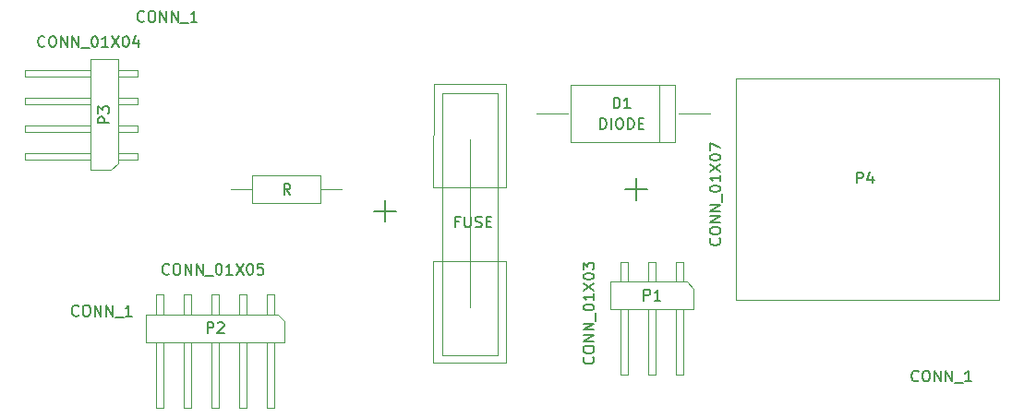
<source format=gbr>
G04 #@! TF.FileFunction,Other,Fab,Top*
%FSLAX46Y46*%
G04 Gerber Fmt 4.6, Leading zero omitted, Abs format (unit mm)*
G04 Created by KiCad (PCBNEW 4.0.7) date 08/07/18 09:05:40*
%MOMM*%
%LPD*%
G01*
G04 APERTURE LIST*
%ADD10C,0.100000*%
%ADD11C,0.200000*%
%ADD12C,0.120000*%
%ADD13C,0.150000*%
G04 APERTURE END LIST*
D10*
D11*
X157000000Y-93000000D02*
X159000000Y-93000000D01*
X158000000Y-92500000D02*
X158000000Y-92000000D01*
X158000000Y-94000000D02*
X158000000Y-92500000D01*
X135000000Y-96000000D02*
X135000000Y-94000000D01*
X134000000Y-95000000D02*
X136000000Y-95000000D01*
D10*
X161534000Y-88649000D02*
X161534000Y-83439000D01*
X161534000Y-83439000D02*
X152004000Y-83439000D01*
X152004000Y-83439000D02*
X152004000Y-88649000D01*
X152004000Y-88649000D02*
X161534000Y-88649000D01*
X164770000Y-86044000D02*
X161915000Y-86044000D01*
X148895000Y-86044000D02*
X151750000Y-86044000D01*
X160104500Y-88649000D02*
X160104500Y-83439000D01*
X129070000Y-94250000D02*
X129070000Y-91750000D01*
X129070000Y-91750000D02*
X122770000Y-91750000D01*
X122770000Y-91750000D02*
X122770000Y-94250000D01*
X122770000Y-94250000D02*
X129070000Y-94250000D01*
X131000000Y-93000000D02*
X129070000Y-93000000D01*
X120840000Y-93000000D02*
X122770000Y-93000000D01*
X142752000Y-103814000D02*
X142752000Y-88464000D01*
X140202000Y-108264000D02*
X140202000Y-84164000D01*
X140202000Y-84164000D02*
X145302000Y-84164000D01*
X145302000Y-84164000D02*
X145302000Y-108264000D01*
X145302000Y-108264000D02*
X140252000Y-108264000D01*
X139402000Y-92864000D02*
X146102000Y-92864000D01*
X146102000Y-92864000D02*
X146102000Y-83314000D01*
X146102000Y-83314000D02*
X139452000Y-83314000D01*
X139452000Y-83314000D02*
X139402000Y-92864000D01*
X139402000Y-108964000D02*
X139402000Y-99614000D01*
X139402000Y-99614000D02*
X146102000Y-99614000D01*
X146102000Y-99614000D02*
X146102000Y-108964000D01*
X146102000Y-108964000D02*
X139402000Y-108964000D01*
D12*
X167180000Y-82840000D02*
X167180000Y-103160000D01*
X167180000Y-103160000D02*
X191310000Y-103160000D01*
X191310000Y-103160000D02*
X191310000Y-82840000D01*
X191310000Y-82840000D02*
X167180000Y-82840000D01*
D10*
X163270000Y-102135000D02*
X163270000Y-104040000D01*
X163270000Y-104040000D02*
X155650000Y-104040000D01*
X155650000Y-104040000D02*
X155650000Y-101500000D01*
X155650000Y-101500000D02*
X162635000Y-101500000D01*
X162635000Y-101500000D02*
X163270000Y-102135000D01*
X162320000Y-99680000D02*
X162320000Y-101500000D01*
X162320000Y-99680000D02*
X161680000Y-99680000D01*
X161680000Y-99680000D02*
X161680000Y-101500000D01*
X162320000Y-104040000D02*
X162320000Y-110040000D01*
X162320000Y-110040000D02*
X161680000Y-110040000D01*
X161680000Y-104040000D02*
X161680000Y-110040000D01*
X159780000Y-99680000D02*
X159780000Y-101500000D01*
X159780000Y-99680000D02*
X159140000Y-99680000D01*
X159140000Y-99680000D02*
X159140000Y-101500000D01*
X159780000Y-104040000D02*
X159780000Y-110040000D01*
X159780000Y-110040000D02*
X159140000Y-110040000D01*
X159140000Y-104040000D02*
X159140000Y-110040000D01*
X157240000Y-99680000D02*
X157240000Y-101500000D01*
X157240000Y-99680000D02*
X156600000Y-99680000D01*
X156600000Y-99680000D02*
X156600000Y-101500000D01*
X157240000Y-104040000D02*
X157240000Y-110040000D01*
X157240000Y-110040000D02*
X156600000Y-110040000D01*
X156600000Y-104040000D02*
X156600000Y-110040000D01*
X125770000Y-105135000D02*
X125770000Y-107040000D01*
X125770000Y-107040000D02*
X113070000Y-107040000D01*
X113070000Y-107040000D02*
X113070000Y-104500000D01*
X113070000Y-104500000D02*
X125135000Y-104500000D01*
X125135000Y-104500000D02*
X125770000Y-105135000D01*
X124820000Y-102680000D02*
X124820000Y-104500000D01*
X124820000Y-102680000D02*
X124180000Y-102680000D01*
X124180000Y-102680000D02*
X124180000Y-104500000D01*
X124820000Y-107040000D02*
X124820000Y-113040000D01*
X124820000Y-113040000D02*
X124180000Y-113040000D01*
X124180000Y-107040000D02*
X124180000Y-113040000D01*
X122280000Y-102680000D02*
X122280000Y-104500000D01*
X122280000Y-102680000D02*
X121640000Y-102680000D01*
X121640000Y-102680000D02*
X121640000Y-104500000D01*
X122280000Y-107040000D02*
X122280000Y-113040000D01*
X122280000Y-113040000D02*
X121640000Y-113040000D01*
X121640000Y-107040000D02*
X121640000Y-113040000D01*
X119740000Y-102680000D02*
X119740000Y-104500000D01*
X119740000Y-102680000D02*
X119100000Y-102680000D01*
X119100000Y-102680000D02*
X119100000Y-104500000D01*
X119740000Y-107040000D02*
X119740000Y-113040000D01*
X119740000Y-113040000D02*
X119100000Y-113040000D01*
X119100000Y-107040000D02*
X119100000Y-113040000D01*
X117200000Y-102680000D02*
X117200000Y-104500000D01*
X117200000Y-102680000D02*
X116560000Y-102680000D01*
X116560000Y-102680000D02*
X116560000Y-104500000D01*
X117200000Y-107040000D02*
X117200000Y-113040000D01*
X117200000Y-113040000D02*
X116560000Y-113040000D01*
X116560000Y-107040000D02*
X116560000Y-113040000D01*
X114660000Y-102680000D02*
X114660000Y-104500000D01*
X114660000Y-102680000D02*
X114020000Y-102680000D01*
X114020000Y-102680000D02*
X114020000Y-104500000D01*
X114660000Y-107040000D02*
X114660000Y-113040000D01*
X114660000Y-113040000D02*
X114020000Y-113040000D01*
X114020000Y-107040000D02*
X114020000Y-113040000D01*
X109865000Y-91270000D02*
X107960000Y-91270000D01*
X107960000Y-91270000D02*
X107960000Y-81110000D01*
X107960000Y-81110000D02*
X110500000Y-81110000D01*
X110500000Y-81110000D02*
X110500000Y-90635000D01*
X110500000Y-90635000D02*
X109865000Y-91270000D01*
X112320000Y-90320000D02*
X110500000Y-90320000D01*
X112320000Y-90320000D02*
X112320000Y-89680000D01*
X112320000Y-89680000D02*
X110500000Y-89680000D01*
X107960000Y-90320000D02*
X101960000Y-90320000D01*
X101960000Y-90320000D02*
X101960000Y-89680000D01*
X107960000Y-89680000D02*
X101960000Y-89680000D01*
X112320000Y-87780000D02*
X110500000Y-87780000D01*
X112320000Y-87780000D02*
X112320000Y-87140000D01*
X112320000Y-87140000D02*
X110500000Y-87140000D01*
X107960000Y-87780000D02*
X101960000Y-87780000D01*
X101960000Y-87780000D02*
X101960000Y-87140000D01*
X107960000Y-87140000D02*
X101960000Y-87140000D01*
X112320000Y-85240000D02*
X110500000Y-85240000D01*
X112320000Y-85240000D02*
X112320000Y-84600000D01*
X112320000Y-84600000D02*
X110500000Y-84600000D01*
X107960000Y-85240000D02*
X101960000Y-85240000D01*
X101960000Y-85240000D02*
X101960000Y-84600000D01*
X107960000Y-84600000D02*
X101960000Y-84600000D01*
X112320000Y-82700000D02*
X110500000Y-82700000D01*
X112320000Y-82700000D02*
X112320000Y-82060000D01*
X112320000Y-82060000D02*
X110500000Y-82060000D01*
X107960000Y-82700000D02*
X101960000Y-82700000D01*
X101960000Y-82700000D02*
X101960000Y-82060000D01*
X107960000Y-82060000D02*
X101960000Y-82060000D01*
D13*
X154712810Y-87496381D02*
X154712810Y-86496381D01*
X154950905Y-86496381D01*
X155093763Y-86544000D01*
X155189001Y-86639238D01*
X155236620Y-86734476D01*
X155284239Y-86924952D01*
X155284239Y-87067810D01*
X155236620Y-87258286D01*
X155189001Y-87353524D01*
X155093763Y-87448762D01*
X154950905Y-87496381D01*
X154712810Y-87496381D01*
X155712810Y-87496381D02*
X155712810Y-86496381D01*
X156379476Y-86496381D02*
X156569953Y-86496381D01*
X156665191Y-86544000D01*
X156760429Y-86639238D01*
X156808048Y-86829714D01*
X156808048Y-87163048D01*
X156760429Y-87353524D01*
X156665191Y-87448762D01*
X156569953Y-87496381D01*
X156379476Y-87496381D01*
X156284238Y-87448762D01*
X156189000Y-87353524D01*
X156141381Y-87163048D01*
X156141381Y-86829714D01*
X156189000Y-86639238D01*
X156284238Y-86544000D01*
X156379476Y-86496381D01*
X157236619Y-87496381D02*
X157236619Y-86496381D01*
X157474714Y-86496381D01*
X157617572Y-86544000D01*
X157712810Y-86639238D01*
X157760429Y-86734476D01*
X157808048Y-86924952D01*
X157808048Y-87067810D01*
X157760429Y-87258286D01*
X157712810Y-87353524D01*
X157617572Y-87448762D01*
X157474714Y-87496381D01*
X157236619Y-87496381D01*
X158236619Y-86972571D02*
X158569953Y-86972571D01*
X158712810Y-87496381D02*
X158236619Y-87496381D01*
X158236619Y-86496381D01*
X158712810Y-86496381D01*
X155950905Y-85596381D02*
X155950905Y-84596381D01*
X156189000Y-84596381D01*
X156331858Y-84644000D01*
X156427096Y-84739238D01*
X156474715Y-84834476D01*
X156522334Y-85024952D01*
X156522334Y-85167810D01*
X156474715Y-85358286D01*
X156427096Y-85453524D01*
X156331858Y-85548762D01*
X156189000Y-85596381D01*
X155950905Y-85596381D01*
X157474715Y-85596381D02*
X156903286Y-85596381D01*
X157189000Y-85596381D02*
X157189000Y-84596381D01*
X157093762Y-84739238D01*
X156998524Y-84834476D01*
X156903286Y-84882095D01*
X126289524Y-93517381D02*
X125956190Y-93041190D01*
X125718095Y-93517381D02*
X125718095Y-92517381D01*
X126099048Y-92517381D01*
X126194286Y-92565000D01*
X126241905Y-92612619D01*
X126289524Y-92707857D01*
X126289524Y-92850714D01*
X126241905Y-92945952D01*
X126194286Y-92993571D01*
X126099048Y-93041190D01*
X125718095Y-93041190D01*
X141742477Y-95992571D02*
X141409143Y-95992571D01*
X141409143Y-96516381D02*
X141409143Y-95516381D01*
X141885334Y-95516381D01*
X142266286Y-95516381D02*
X142266286Y-96325905D01*
X142313905Y-96421143D01*
X142361524Y-96468762D01*
X142456762Y-96516381D01*
X142647239Y-96516381D01*
X142742477Y-96468762D01*
X142790096Y-96421143D01*
X142837715Y-96325905D01*
X142837715Y-95516381D01*
X143266286Y-96468762D02*
X143409143Y-96516381D01*
X143647239Y-96516381D01*
X143742477Y-96468762D01*
X143790096Y-96421143D01*
X143837715Y-96325905D01*
X143837715Y-96230667D01*
X143790096Y-96135429D01*
X143742477Y-96087810D01*
X143647239Y-96040190D01*
X143456762Y-95992571D01*
X143361524Y-95944952D01*
X143313905Y-95897333D01*
X143266286Y-95802095D01*
X143266286Y-95706857D01*
X143313905Y-95611619D01*
X143361524Y-95564000D01*
X143456762Y-95516381D01*
X143694858Y-95516381D01*
X143837715Y-95564000D01*
X144266286Y-95992571D02*
X144599620Y-95992571D01*
X144742477Y-96516381D02*
X144266286Y-96516381D01*
X144266286Y-95516381D01*
X144742477Y-95516381D01*
X165657143Y-97523809D02*
X165704762Y-97571428D01*
X165752381Y-97714285D01*
X165752381Y-97809523D01*
X165704762Y-97952381D01*
X165609524Y-98047619D01*
X165514286Y-98095238D01*
X165323810Y-98142857D01*
X165180952Y-98142857D01*
X164990476Y-98095238D01*
X164895238Y-98047619D01*
X164800000Y-97952381D01*
X164752381Y-97809523D01*
X164752381Y-97714285D01*
X164800000Y-97571428D01*
X164847619Y-97523809D01*
X164752381Y-96904762D02*
X164752381Y-96714285D01*
X164800000Y-96619047D01*
X164895238Y-96523809D01*
X165085714Y-96476190D01*
X165419048Y-96476190D01*
X165609524Y-96523809D01*
X165704762Y-96619047D01*
X165752381Y-96714285D01*
X165752381Y-96904762D01*
X165704762Y-97000000D01*
X165609524Y-97095238D01*
X165419048Y-97142857D01*
X165085714Y-97142857D01*
X164895238Y-97095238D01*
X164800000Y-97000000D01*
X164752381Y-96904762D01*
X165752381Y-96047619D02*
X164752381Y-96047619D01*
X165752381Y-95476190D01*
X164752381Y-95476190D01*
X165752381Y-95000000D02*
X164752381Y-95000000D01*
X165752381Y-94428571D01*
X164752381Y-94428571D01*
X165847619Y-94190476D02*
X165847619Y-93428571D01*
X164752381Y-93000000D02*
X164752381Y-92904761D01*
X164800000Y-92809523D01*
X164847619Y-92761904D01*
X164942857Y-92714285D01*
X165133333Y-92666666D01*
X165371429Y-92666666D01*
X165561905Y-92714285D01*
X165657143Y-92761904D01*
X165704762Y-92809523D01*
X165752381Y-92904761D01*
X165752381Y-93000000D01*
X165704762Y-93095238D01*
X165657143Y-93142857D01*
X165561905Y-93190476D01*
X165371429Y-93238095D01*
X165133333Y-93238095D01*
X164942857Y-93190476D01*
X164847619Y-93142857D01*
X164800000Y-93095238D01*
X164752381Y-93000000D01*
X165752381Y-91714285D02*
X165752381Y-92285714D01*
X165752381Y-92000000D02*
X164752381Y-92000000D01*
X164895238Y-92095238D01*
X164990476Y-92190476D01*
X165038095Y-92285714D01*
X164752381Y-91380952D02*
X165752381Y-90714285D01*
X164752381Y-90714285D02*
X165752381Y-91380952D01*
X164752381Y-90142857D02*
X164752381Y-90047618D01*
X164800000Y-89952380D01*
X164847619Y-89904761D01*
X164942857Y-89857142D01*
X165133333Y-89809523D01*
X165371429Y-89809523D01*
X165561905Y-89857142D01*
X165657143Y-89904761D01*
X165704762Y-89952380D01*
X165752381Y-90047618D01*
X165752381Y-90142857D01*
X165704762Y-90238095D01*
X165657143Y-90285714D01*
X165561905Y-90333333D01*
X165371429Y-90380952D01*
X165133333Y-90380952D01*
X164942857Y-90333333D01*
X164847619Y-90285714D01*
X164800000Y-90238095D01*
X164752381Y-90142857D01*
X164752381Y-89476190D02*
X164752381Y-88809523D01*
X165752381Y-89238095D01*
X178261905Y-92452381D02*
X178261905Y-91452381D01*
X178642858Y-91452381D01*
X178738096Y-91500000D01*
X178785715Y-91547619D01*
X178833334Y-91642857D01*
X178833334Y-91785714D01*
X178785715Y-91880952D01*
X178738096Y-91928571D01*
X178642858Y-91976190D01*
X178261905Y-91976190D01*
X179690477Y-91785714D02*
X179690477Y-92452381D01*
X179452381Y-91404762D02*
X179214286Y-92119048D01*
X179833334Y-92119048D01*
X154057143Y-108423809D02*
X154104762Y-108471428D01*
X154152381Y-108614285D01*
X154152381Y-108709523D01*
X154104762Y-108852381D01*
X154009524Y-108947619D01*
X153914286Y-108995238D01*
X153723810Y-109042857D01*
X153580952Y-109042857D01*
X153390476Y-108995238D01*
X153295238Y-108947619D01*
X153200000Y-108852381D01*
X153152381Y-108709523D01*
X153152381Y-108614285D01*
X153200000Y-108471428D01*
X153247619Y-108423809D01*
X153152381Y-107804762D02*
X153152381Y-107614285D01*
X153200000Y-107519047D01*
X153295238Y-107423809D01*
X153485714Y-107376190D01*
X153819048Y-107376190D01*
X154009524Y-107423809D01*
X154104762Y-107519047D01*
X154152381Y-107614285D01*
X154152381Y-107804762D01*
X154104762Y-107900000D01*
X154009524Y-107995238D01*
X153819048Y-108042857D01*
X153485714Y-108042857D01*
X153295238Y-107995238D01*
X153200000Y-107900000D01*
X153152381Y-107804762D01*
X154152381Y-106947619D02*
X153152381Y-106947619D01*
X154152381Y-106376190D01*
X153152381Y-106376190D01*
X154152381Y-105900000D02*
X153152381Y-105900000D01*
X154152381Y-105328571D01*
X153152381Y-105328571D01*
X154247619Y-105090476D02*
X154247619Y-104328571D01*
X153152381Y-103900000D02*
X153152381Y-103804761D01*
X153200000Y-103709523D01*
X153247619Y-103661904D01*
X153342857Y-103614285D01*
X153533333Y-103566666D01*
X153771429Y-103566666D01*
X153961905Y-103614285D01*
X154057143Y-103661904D01*
X154104762Y-103709523D01*
X154152381Y-103804761D01*
X154152381Y-103900000D01*
X154104762Y-103995238D01*
X154057143Y-104042857D01*
X153961905Y-104090476D01*
X153771429Y-104138095D01*
X153533333Y-104138095D01*
X153342857Y-104090476D01*
X153247619Y-104042857D01*
X153200000Y-103995238D01*
X153152381Y-103900000D01*
X154152381Y-102614285D02*
X154152381Y-103185714D01*
X154152381Y-102900000D02*
X153152381Y-102900000D01*
X153295238Y-102995238D01*
X153390476Y-103090476D01*
X153438095Y-103185714D01*
X153152381Y-102280952D02*
X154152381Y-101614285D01*
X153152381Y-101614285D02*
X154152381Y-102280952D01*
X153152381Y-101042857D02*
X153152381Y-100947618D01*
X153200000Y-100852380D01*
X153247619Y-100804761D01*
X153342857Y-100757142D01*
X153533333Y-100709523D01*
X153771429Y-100709523D01*
X153961905Y-100757142D01*
X154057143Y-100804761D01*
X154104762Y-100852380D01*
X154152381Y-100947618D01*
X154152381Y-101042857D01*
X154104762Y-101138095D01*
X154057143Y-101185714D01*
X153961905Y-101233333D01*
X153771429Y-101280952D01*
X153533333Y-101280952D01*
X153342857Y-101233333D01*
X153247619Y-101185714D01*
X153200000Y-101138095D01*
X153152381Y-101042857D01*
X153152381Y-100376190D02*
X153152381Y-99757142D01*
X153533333Y-100090476D01*
X153533333Y-99947618D01*
X153580952Y-99852380D01*
X153628571Y-99804761D01*
X153723810Y-99757142D01*
X153961905Y-99757142D01*
X154057143Y-99804761D01*
X154104762Y-99852380D01*
X154152381Y-99947618D01*
X154152381Y-100233333D01*
X154104762Y-100328571D01*
X154057143Y-100376190D01*
X158721905Y-103222381D02*
X158721905Y-102222381D01*
X159102858Y-102222381D01*
X159198096Y-102270000D01*
X159245715Y-102317619D01*
X159293334Y-102412857D01*
X159293334Y-102555714D01*
X159245715Y-102650952D01*
X159198096Y-102698571D01*
X159102858Y-102746190D01*
X158721905Y-102746190D01*
X160245715Y-103222381D02*
X159674286Y-103222381D01*
X159960000Y-103222381D02*
X159960000Y-102222381D01*
X159864762Y-102365238D01*
X159769524Y-102460476D01*
X159674286Y-102508095D01*
X115176191Y-100757143D02*
X115128572Y-100804762D01*
X114985715Y-100852381D01*
X114890477Y-100852381D01*
X114747619Y-100804762D01*
X114652381Y-100709524D01*
X114604762Y-100614286D01*
X114557143Y-100423810D01*
X114557143Y-100280952D01*
X114604762Y-100090476D01*
X114652381Y-99995238D01*
X114747619Y-99900000D01*
X114890477Y-99852381D01*
X114985715Y-99852381D01*
X115128572Y-99900000D01*
X115176191Y-99947619D01*
X115795238Y-99852381D02*
X115985715Y-99852381D01*
X116080953Y-99900000D01*
X116176191Y-99995238D01*
X116223810Y-100185714D01*
X116223810Y-100519048D01*
X116176191Y-100709524D01*
X116080953Y-100804762D01*
X115985715Y-100852381D01*
X115795238Y-100852381D01*
X115700000Y-100804762D01*
X115604762Y-100709524D01*
X115557143Y-100519048D01*
X115557143Y-100185714D01*
X115604762Y-99995238D01*
X115700000Y-99900000D01*
X115795238Y-99852381D01*
X116652381Y-100852381D02*
X116652381Y-99852381D01*
X117223810Y-100852381D01*
X117223810Y-99852381D01*
X117700000Y-100852381D02*
X117700000Y-99852381D01*
X118271429Y-100852381D01*
X118271429Y-99852381D01*
X118509524Y-100947619D02*
X119271429Y-100947619D01*
X119700000Y-99852381D02*
X119795239Y-99852381D01*
X119890477Y-99900000D01*
X119938096Y-99947619D01*
X119985715Y-100042857D01*
X120033334Y-100233333D01*
X120033334Y-100471429D01*
X119985715Y-100661905D01*
X119938096Y-100757143D01*
X119890477Y-100804762D01*
X119795239Y-100852381D01*
X119700000Y-100852381D01*
X119604762Y-100804762D01*
X119557143Y-100757143D01*
X119509524Y-100661905D01*
X119461905Y-100471429D01*
X119461905Y-100233333D01*
X119509524Y-100042857D01*
X119557143Y-99947619D01*
X119604762Y-99900000D01*
X119700000Y-99852381D01*
X120985715Y-100852381D02*
X120414286Y-100852381D01*
X120700000Y-100852381D02*
X120700000Y-99852381D01*
X120604762Y-99995238D01*
X120509524Y-100090476D01*
X120414286Y-100138095D01*
X121319048Y-99852381D02*
X121985715Y-100852381D01*
X121985715Y-99852381D02*
X121319048Y-100852381D01*
X122557143Y-99852381D02*
X122652382Y-99852381D01*
X122747620Y-99900000D01*
X122795239Y-99947619D01*
X122842858Y-100042857D01*
X122890477Y-100233333D01*
X122890477Y-100471429D01*
X122842858Y-100661905D01*
X122795239Y-100757143D01*
X122747620Y-100804762D01*
X122652382Y-100852381D01*
X122557143Y-100852381D01*
X122461905Y-100804762D01*
X122414286Y-100757143D01*
X122366667Y-100661905D01*
X122319048Y-100471429D01*
X122319048Y-100233333D01*
X122366667Y-100042857D01*
X122414286Y-99947619D01*
X122461905Y-99900000D01*
X122557143Y-99852381D01*
X123795239Y-99852381D02*
X123319048Y-99852381D01*
X123271429Y-100328571D01*
X123319048Y-100280952D01*
X123414286Y-100233333D01*
X123652382Y-100233333D01*
X123747620Y-100280952D01*
X123795239Y-100328571D01*
X123842858Y-100423810D01*
X123842858Y-100661905D01*
X123795239Y-100757143D01*
X123747620Y-100804762D01*
X123652382Y-100852381D01*
X123414286Y-100852381D01*
X123319048Y-100804762D01*
X123271429Y-100757143D01*
X118681905Y-106222381D02*
X118681905Y-105222381D01*
X119062858Y-105222381D01*
X119158096Y-105270000D01*
X119205715Y-105317619D01*
X119253334Y-105412857D01*
X119253334Y-105555714D01*
X119205715Y-105650952D01*
X119158096Y-105698571D01*
X119062858Y-105746190D01*
X118681905Y-105746190D01*
X119634286Y-105317619D02*
X119681905Y-105270000D01*
X119777143Y-105222381D01*
X120015239Y-105222381D01*
X120110477Y-105270000D01*
X120158096Y-105317619D01*
X120205715Y-105412857D01*
X120205715Y-105508095D01*
X120158096Y-105650952D01*
X119586667Y-106222381D01*
X120205715Y-106222381D01*
X103776191Y-79857143D02*
X103728572Y-79904762D01*
X103585715Y-79952381D01*
X103490477Y-79952381D01*
X103347619Y-79904762D01*
X103252381Y-79809524D01*
X103204762Y-79714286D01*
X103157143Y-79523810D01*
X103157143Y-79380952D01*
X103204762Y-79190476D01*
X103252381Y-79095238D01*
X103347619Y-79000000D01*
X103490477Y-78952381D01*
X103585715Y-78952381D01*
X103728572Y-79000000D01*
X103776191Y-79047619D01*
X104395238Y-78952381D02*
X104585715Y-78952381D01*
X104680953Y-79000000D01*
X104776191Y-79095238D01*
X104823810Y-79285714D01*
X104823810Y-79619048D01*
X104776191Y-79809524D01*
X104680953Y-79904762D01*
X104585715Y-79952381D01*
X104395238Y-79952381D01*
X104300000Y-79904762D01*
X104204762Y-79809524D01*
X104157143Y-79619048D01*
X104157143Y-79285714D01*
X104204762Y-79095238D01*
X104300000Y-79000000D01*
X104395238Y-78952381D01*
X105252381Y-79952381D02*
X105252381Y-78952381D01*
X105823810Y-79952381D01*
X105823810Y-78952381D01*
X106300000Y-79952381D02*
X106300000Y-78952381D01*
X106871429Y-79952381D01*
X106871429Y-78952381D01*
X107109524Y-80047619D02*
X107871429Y-80047619D01*
X108300000Y-78952381D02*
X108395239Y-78952381D01*
X108490477Y-79000000D01*
X108538096Y-79047619D01*
X108585715Y-79142857D01*
X108633334Y-79333333D01*
X108633334Y-79571429D01*
X108585715Y-79761905D01*
X108538096Y-79857143D01*
X108490477Y-79904762D01*
X108395239Y-79952381D01*
X108300000Y-79952381D01*
X108204762Y-79904762D01*
X108157143Y-79857143D01*
X108109524Y-79761905D01*
X108061905Y-79571429D01*
X108061905Y-79333333D01*
X108109524Y-79142857D01*
X108157143Y-79047619D01*
X108204762Y-79000000D01*
X108300000Y-78952381D01*
X109585715Y-79952381D02*
X109014286Y-79952381D01*
X109300000Y-79952381D02*
X109300000Y-78952381D01*
X109204762Y-79095238D01*
X109109524Y-79190476D01*
X109014286Y-79238095D01*
X109919048Y-78952381D02*
X110585715Y-79952381D01*
X110585715Y-78952381D02*
X109919048Y-79952381D01*
X111157143Y-78952381D02*
X111252382Y-78952381D01*
X111347620Y-79000000D01*
X111395239Y-79047619D01*
X111442858Y-79142857D01*
X111490477Y-79333333D01*
X111490477Y-79571429D01*
X111442858Y-79761905D01*
X111395239Y-79857143D01*
X111347620Y-79904762D01*
X111252382Y-79952381D01*
X111157143Y-79952381D01*
X111061905Y-79904762D01*
X111014286Y-79857143D01*
X110966667Y-79761905D01*
X110919048Y-79571429D01*
X110919048Y-79333333D01*
X110966667Y-79142857D01*
X111014286Y-79047619D01*
X111061905Y-79000000D01*
X111157143Y-78952381D01*
X112347620Y-79285714D02*
X112347620Y-79952381D01*
X112109524Y-78904762D02*
X111871429Y-79619048D01*
X112490477Y-79619048D01*
X109682381Y-86928095D02*
X108682381Y-86928095D01*
X108682381Y-86547142D01*
X108730000Y-86451904D01*
X108777619Y-86404285D01*
X108872857Y-86356666D01*
X109015714Y-86356666D01*
X109110952Y-86404285D01*
X109158571Y-86451904D01*
X109206190Y-86547142D01*
X109206190Y-86928095D01*
X108682381Y-86023333D02*
X108682381Y-85404285D01*
X109063333Y-85737619D01*
X109063333Y-85594761D01*
X109110952Y-85499523D01*
X109158571Y-85451904D01*
X109253810Y-85404285D01*
X109491905Y-85404285D01*
X109587143Y-85451904D01*
X109634762Y-85499523D01*
X109682381Y-85594761D01*
X109682381Y-85880476D01*
X109634762Y-85975714D01*
X109587143Y-86023333D01*
X183880953Y-110557143D02*
X183833334Y-110604762D01*
X183690477Y-110652381D01*
X183595239Y-110652381D01*
X183452381Y-110604762D01*
X183357143Y-110509524D01*
X183309524Y-110414286D01*
X183261905Y-110223810D01*
X183261905Y-110080952D01*
X183309524Y-109890476D01*
X183357143Y-109795238D01*
X183452381Y-109700000D01*
X183595239Y-109652381D01*
X183690477Y-109652381D01*
X183833334Y-109700000D01*
X183880953Y-109747619D01*
X184500000Y-109652381D02*
X184690477Y-109652381D01*
X184785715Y-109700000D01*
X184880953Y-109795238D01*
X184928572Y-109985714D01*
X184928572Y-110319048D01*
X184880953Y-110509524D01*
X184785715Y-110604762D01*
X184690477Y-110652381D01*
X184500000Y-110652381D01*
X184404762Y-110604762D01*
X184309524Y-110509524D01*
X184261905Y-110319048D01*
X184261905Y-109985714D01*
X184309524Y-109795238D01*
X184404762Y-109700000D01*
X184500000Y-109652381D01*
X185357143Y-110652381D02*
X185357143Y-109652381D01*
X185928572Y-110652381D01*
X185928572Y-109652381D01*
X186404762Y-110652381D02*
X186404762Y-109652381D01*
X186976191Y-110652381D01*
X186976191Y-109652381D01*
X187214286Y-110747619D02*
X187976191Y-110747619D01*
X188738096Y-110652381D02*
X188166667Y-110652381D01*
X188452381Y-110652381D02*
X188452381Y-109652381D01*
X188357143Y-109795238D01*
X188261905Y-109890476D01*
X188166667Y-109938095D01*
X112880953Y-77557143D02*
X112833334Y-77604762D01*
X112690477Y-77652381D01*
X112595239Y-77652381D01*
X112452381Y-77604762D01*
X112357143Y-77509524D01*
X112309524Y-77414286D01*
X112261905Y-77223810D01*
X112261905Y-77080952D01*
X112309524Y-76890476D01*
X112357143Y-76795238D01*
X112452381Y-76700000D01*
X112595239Y-76652381D01*
X112690477Y-76652381D01*
X112833334Y-76700000D01*
X112880953Y-76747619D01*
X113500000Y-76652381D02*
X113690477Y-76652381D01*
X113785715Y-76700000D01*
X113880953Y-76795238D01*
X113928572Y-76985714D01*
X113928572Y-77319048D01*
X113880953Y-77509524D01*
X113785715Y-77604762D01*
X113690477Y-77652381D01*
X113500000Y-77652381D01*
X113404762Y-77604762D01*
X113309524Y-77509524D01*
X113261905Y-77319048D01*
X113261905Y-76985714D01*
X113309524Y-76795238D01*
X113404762Y-76700000D01*
X113500000Y-76652381D01*
X114357143Y-77652381D02*
X114357143Y-76652381D01*
X114928572Y-77652381D01*
X114928572Y-76652381D01*
X115404762Y-77652381D02*
X115404762Y-76652381D01*
X115976191Y-77652381D01*
X115976191Y-76652381D01*
X116214286Y-77747619D02*
X116976191Y-77747619D01*
X117738096Y-77652381D02*
X117166667Y-77652381D01*
X117452381Y-77652381D02*
X117452381Y-76652381D01*
X117357143Y-76795238D01*
X117261905Y-76890476D01*
X117166667Y-76938095D01*
X106880953Y-104557143D02*
X106833334Y-104604762D01*
X106690477Y-104652381D01*
X106595239Y-104652381D01*
X106452381Y-104604762D01*
X106357143Y-104509524D01*
X106309524Y-104414286D01*
X106261905Y-104223810D01*
X106261905Y-104080952D01*
X106309524Y-103890476D01*
X106357143Y-103795238D01*
X106452381Y-103700000D01*
X106595239Y-103652381D01*
X106690477Y-103652381D01*
X106833334Y-103700000D01*
X106880953Y-103747619D01*
X107500000Y-103652381D02*
X107690477Y-103652381D01*
X107785715Y-103700000D01*
X107880953Y-103795238D01*
X107928572Y-103985714D01*
X107928572Y-104319048D01*
X107880953Y-104509524D01*
X107785715Y-104604762D01*
X107690477Y-104652381D01*
X107500000Y-104652381D01*
X107404762Y-104604762D01*
X107309524Y-104509524D01*
X107261905Y-104319048D01*
X107261905Y-103985714D01*
X107309524Y-103795238D01*
X107404762Y-103700000D01*
X107500000Y-103652381D01*
X108357143Y-104652381D02*
X108357143Y-103652381D01*
X108928572Y-104652381D01*
X108928572Y-103652381D01*
X109404762Y-104652381D02*
X109404762Y-103652381D01*
X109976191Y-104652381D01*
X109976191Y-103652381D01*
X110214286Y-104747619D02*
X110976191Y-104747619D01*
X111738096Y-104652381D02*
X111166667Y-104652381D01*
X111452381Y-104652381D02*
X111452381Y-103652381D01*
X111357143Y-103795238D01*
X111261905Y-103890476D01*
X111166667Y-103938095D01*
M02*

</source>
